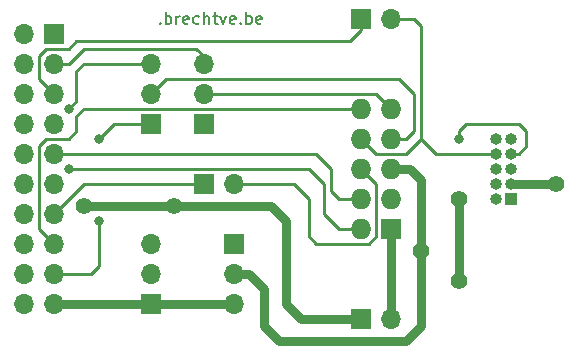
<source format=gtl>
G04 #@! TF.GenerationSoftware,KiCad,Pcbnew,5.1.5-52549c5~86~ubuntu19.04.1*
G04 #@! TF.CreationDate,2020-12-26T14:34:18+01:00*
G04 #@! TF.ProjectId,jlink-tagConnect-adapter-v3,6a6c696e-6b2d-4746-9167-436f6e6e6563,rev?*
G04 #@! TF.SameCoordinates,Original*
G04 #@! TF.FileFunction,Copper,L1,Top*
G04 #@! TF.FilePolarity,Positive*
%FSLAX46Y46*%
G04 Gerber Fmt 4.6, Leading zero omitted, Abs format (unit mm)*
G04 Created by KiCad (PCBNEW 5.1.5-52549c5~86~ubuntu19.04.1) date 2020-12-26 14:34:18*
%MOMM*%
%LPD*%
G04 APERTURE LIST*
%ADD10C,0.200000*%
%ADD11O,1.700000X1.700000*%
%ADD12R,1.700000X1.700000*%
%ADD13O,1.000000X1.000000*%
%ADD14R,1.000000X1.000000*%
%ADD15O,1.727200X1.727200*%
%ADD16R,1.727200X1.727200*%
%ADD17C,1.400000*%
%ADD18C,0.800000*%
%ADD19C,0.762000*%
%ADD20C,0.254000*%
G04 APERTURE END LIST*
D10*
X102984095Y-94337142D02*
X103031714Y-94384761D01*
X102984095Y-94432380D01*
X102936476Y-94384761D01*
X102984095Y-94337142D01*
X102984095Y-94432380D01*
X103460285Y-94432380D02*
X103460285Y-93432380D01*
X103460285Y-93813333D02*
X103555523Y-93765714D01*
X103746000Y-93765714D01*
X103841238Y-93813333D01*
X103888857Y-93860952D01*
X103936476Y-93956190D01*
X103936476Y-94241904D01*
X103888857Y-94337142D01*
X103841238Y-94384761D01*
X103746000Y-94432380D01*
X103555523Y-94432380D01*
X103460285Y-94384761D01*
X104365047Y-94432380D02*
X104365047Y-93765714D01*
X104365047Y-93956190D02*
X104412666Y-93860952D01*
X104460285Y-93813333D01*
X104555523Y-93765714D01*
X104650761Y-93765714D01*
X105365047Y-94384761D02*
X105269809Y-94432380D01*
X105079333Y-94432380D01*
X104984095Y-94384761D01*
X104936476Y-94289523D01*
X104936476Y-93908571D01*
X104984095Y-93813333D01*
X105079333Y-93765714D01*
X105269809Y-93765714D01*
X105365047Y-93813333D01*
X105412666Y-93908571D01*
X105412666Y-94003809D01*
X104936476Y-94099047D01*
X106269809Y-94384761D02*
X106174571Y-94432380D01*
X105984095Y-94432380D01*
X105888857Y-94384761D01*
X105841238Y-94337142D01*
X105793619Y-94241904D01*
X105793619Y-93956190D01*
X105841238Y-93860952D01*
X105888857Y-93813333D01*
X105984095Y-93765714D01*
X106174571Y-93765714D01*
X106269809Y-93813333D01*
X106698380Y-94432380D02*
X106698380Y-93432380D01*
X107126952Y-94432380D02*
X107126952Y-93908571D01*
X107079333Y-93813333D01*
X106984095Y-93765714D01*
X106841238Y-93765714D01*
X106746000Y-93813333D01*
X106698380Y-93860952D01*
X107460285Y-93765714D02*
X107841238Y-93765714D01*
X107603142Y-93432380D02*
X107603142Y-94289523D01*
X107650761Y-94384761D01*
X107746000Y-94432380D01*
X107841238Y-94432380D01*
X108079333Y-93765714D02*
X108317428Y-94432380D01*
X108555523Y-93765714D01*
X109317428Y-94384761D02*
X109222190Y-94432380D01*
X109031714Y-94432380D01*
X108936476Y-94384761D01*
X108888857Y-94289523D01*
X108888857Y-93908571D01*
X108936476Y-93813333D01*
X109031714Y-93765714D01*
X109222190Y-93765714D01*
X109317428Y-93813333D01*
X109365047Y-93908571D01*
X109365047Y-94003809D01*
X108888857Y-94099047D01*
X109793619Y-94337142D02*
X109841238Y-94384761D01*
X109793619Y-94432380D01*
X109746000Y-94384761D01*
X109793619Y-94337142D01*
X109793619Y-94432380D01*
X110269809Y-94432380D02*
X110269809Y-93432380D01*
X110269809Y-93813333D02*
X110365047Y-93765714D01*
X110555523Y-93765714D01*
X110650761Y-93813333D01*
X110698380Y-93860952D01*
X110746000Y-93956190D01*
X110746000Y-94241904D01*
X110698380Y-94337142D01*
X110650761Y-94384761D01*
X110555523Y-94432380D01*
X110365047Y-94432380D01*
X110269809Y-94384761D01*
X111555523Y-94384761D02*
X111460285Y-94432380D01*
X111269809Y-94432380D01*
X111174571Y-94384761D01*
X111126952Y-94289523D01*
X111126952Y-93908571D01*
X111174571Y-93813333D01*
X111269809Y-93765714D01*
X111460285Y-93765714D01*
X111555523Y-93813333D01*
X111603142Y-93908571D01*
X111603142Y-94003809D01*
X111126952Y-94099047D01*
D11*
X109220000Y-107950000D03*
D12*
X106680000Y-107950000D03*
D13*
X131445000Y-104140000D03*
X132715000Y-104140000D03*
X131445000Y-105410000D03*
X132715000Y-105410000D03*
X131445000Y-106680000D03*
X132715000Y-106680000D03*
X131445000Y-107950000D03*
X132715000Y-107950000D03*
X131445000Y-109220000D03*
D14*
X132715000Y-109220000D03*
D15*
X120015000Y-101600000D03*
X122555000Y-101600000D03*
X120015000Y-104140000D03*
X122555000Y-104140000D03*
X120015000Y-106680000D03*
X122555000Y-106680000D03*
X120015000Y-109220000D03*
X122555000Y-109220000D03*
X120015000Y-111760000D03*
D16*
X122555000Y-111760000D03*
D11*
X91440000Y-118110000D03*
X93980000Y-118110000D03*
X91440000Y-115570000D03*
X93980000Y-115570000D03*
X91440000Y-113030000D03*
X93980000Y-113030000D03*
X91440000Y-110490000D03*
X93980000Y-110490000D03*
X91440000Y-107950000D03*
X93980000Y-107950000D03*
X91440000Y-105410000D03*
X93980000Y-105410000D03*
X91440000Y-102870000D03*
X93980000Y-102870000D03*
X91440000Y-100330000D03*
X93980000Y-100330000D03*
X91440000Y-97790000D03*
X93980000Y-97790000D03*
X91440000Y-95250000D03*
D12*
X93980000Y-95250000D03*
D11*
X102235000Y-113030000D03*
X102235000Y-115570000D03*
D12*
X102235000Y-118110000D03*
D11*
X122555000Y-119380000D03*
D12*
X120015000Y-119380000D03*
D11*
X122555000Y-93980000D03*
D12*
X120015000Y-93980000D03*
D11*
X109220000Y-118110000D03*
X109220000Y-115570000D03*
D12*
X109220000Y-113030000D03*
D11*
X106680000Y-97790000D03*
X106680000Y-100330000D03*
D12*
X106680000Y-102870000D03*
D11*
X102235000Y-97790000D03*
X102235000Y-100330000D03*
D12*
X102235000Y-102870000D03*
D17*
X136525000Y-107950000D03*
X128270000Y-109220000D03*
X128270000Y-116205000D03*
D18*
X97790000Y-111125000D03*
X97790000Y-104140000D03*
X95250000Y-101600000D03*
X95250000Y-106680000D03*
D17*
X104140000Y-109855000D03*
X96520000Y-109855000D03*
D18*
X128270000Y-104140000D03*
D17*
X125095000Y-113665000D03*
D19*
X132715000Y-107950000D02*
X136525000Y-107950000D01*
X128270000Y-109220000D02*
X128270000Y-116205000D01*
X93980000Y-118110000D02*
X102870000Y-118110000D01*
X102235000Y-118110000D02*
X109220000Y-118110000D01*
D20*
X93980000Y-115570000D02*
X97155000Y-115570000D01*
X97155000Y-115570000D02*
X97790000Y-114935000D01*
X97790000Y-114935000D02*
X97790000Y-111125000D01*
X97790000Y-111125000D02*
X97790000Y-111125000D01*
X99060000Y-102870000D02*
X102235000Y-102870000D01*
X97790000Y-104140000D02*
X99060000Y-102870000D01*
X95885000Y-102235000D02*
X96520000Y-101600000D01*
X95885000Y-103505000D02*
X95885000Y-102235000D01*
X92710000Y-111760000D02*
X92710000Y-104775000D01*
X93345000Y-104140000D02*
X95250000Y-104140000D01*
X96520000Y-101600000D02*
X120015000Y-101600000D01*
X95250000Y-104140000D02*
X95885000Y-103505000D01*
X93980000Y-113030000D02*
X92710000Y-111760000D01*
X92710000Y-104775000D02*
X93345000Y-104140000D01*
X96520000Y-107950000D02*
X106680000Y-107950000D01*
X93980000Y-110490000D02*
X96520000Y-107950000D01*
X96520000Y-97790000D02*
X102235000Y-97790000D01*
X95885000Y-98425000D02*
X96520000Y-97790000D01*
X95885000Y-100965000D02*
X95885000Y-98425000D01*
X95250000Y-101600000D02*
X95885000Y-100965000D01*
X118110000Y-109220000D02*
X120015000Y-109220000D01*
X117475000Y-108585000D02*
X118110000Y-109220000D01*
X117475000Y-106680000D02*
X117475000Y-108585000D01*
X93980000Y-105410000D02*
X116205000Y-105410000D01*
X116205000Y-105410000D02*
X117475000Y-106680000D01*
X118110000Y-111760000D02*
X120015000Y-111760000D01*
X116840000Y-107950000D02*
X116840000Y-110490000D01*
X116840000Y-110490000D02*
X118110000Y-111760000D01*
X95250000Y-106680000D02*
X115570000Y-106680000D01*
X115570000Y-106680000D02*
X116840000Y-107950000D01*
X120015000Y-94932500D02*
X120015000Y-93980000D01*
X92710000Y-99060000D02*
X92710000Y-97155000D01*
X92710000Y-97155000D02*
X93345000Y-96520000D01*
X95885000Y-95885000D02*
X119062500Y-95885000D01*
X93345000Y-96520000D02*
X95250000Y-96520000D01*
X93980000Y-100330000D02*
X92710000Y-99060000D01*
X119062500Y-95885000D02*
X120015000Y-94932500D01*
X95250000Y-96520000D02*
X95885000Y-95885000D01*
X106680000Y-97155000D02*
X106680000Y-97790000D01*
X106045000Y-96520000D02*
X106680000Y-97155000D01*
X96520000Y-96520000D02*
X106045000Y-96520000D01*
X93980000Y-97790000D02*
X95250000Y-97790000D01*
X95250000Y-97790000D02*
X96520000Y-96520000D01*
D19*
X104140000Y-109855000D02*
X104140000Y-109855000D01*
X114935000Y-119380000D02*
X120015000Y-119380000D01*
X113665000Y-118110000D02*
X114935000Y-119380000D01*
X113665000Y-111125000D02*
X113665000Y-118110000D01*
X104140000Y-109855000D02*
X112395000Y-109855000D01*
X112395000Y-109855000D02*
X113665000Y-111125000D01*
X97790000Y-109855000D02*
X96593009Y-109855000D01*
X104140000Y-109855000D02*
X97790000Y-109855000D01*
D20*
X121285000Y-100330000D02*
X122555000Y-101600000D01*
X106680000Y-100330000D02*
X121285000Y-100330000D01*
X121285000Y-105410000D02*
X123825000Y-105410000D01*
X123825000Y-105410000D02*
X125095000Y-104140000D01*
X124460000Y-93980000D02*
X122555000Y-93980000D01*
X120015000Y-104140000D02*
X121285000Y-105410000D01*
X125095000Y-104140000D02*
X125095000Y-94615000D01*
X125095000Y-94615000D02*
X124460000Y-93980000D01*
X125095000Y-104140000D02*
X126365000Y-105410000D01*
X126365000Y-105410000D02*
X127000000Y-105410000D01*
X130130000Y-105410000D02*
X127000000Y-105410000D01*
X127000000Y-105410000D02*
X126682500Y-105410000D01*
X130130000Y-105410000D02*
X131445000Y-105410000D01*
X102235000Y-100330000D02*
X102870000Y-100330000D01*
X122555000Y-104140000D02*
X123190000Y-104140000D01*
X103505000Y-99060000D02*
X102235000Y-100330000D01*
X123825000Y-104140000D02*
X124460000Y-103505000D01*
X122555000Y-104140000D02*
X123825000Y-104140000D01*
X124460000Y-103505000D02*
X124460000Y-100330000D01*
X124460000Y-100330000D02*
X123190000Y-99060000D01*
X123190000Y-99060000D02*
X103505000Y-99060000D01*
X133350000Y-105410000D02*
X132715000Y-105410000D01*
X133985000Y-104775000D02*
X133350000Y-105410000D01*
X128270000Y-104140000D02*
X128270000Y-103505000D01*
X128270000Y-103505000D02*
X128905000Y-102870000D01*
X128905000Y-102870000D02*
X133350000Y-102870000D01*
X133350000Y-102870000D02*
X133985000Y-103505000D01*
X133985000Y-103505000D02*
X133985000Y-104775000D01*
D19*
X124142500Y-106680000D02*
X122555000Y-106680000D01*
X125095000Y-107632500D02*
X124142500Y-106680000D01*
X123825000Y-121285000D02*
X125095000Y-120015000D01*
X109220000Y-115570000D02*
X110490000Y-115570000D01*
X110490000Y-115570000D02*
X111760000Y-116840000D01*
X111760000Y-120015000D02*
X113030000Y-121285000D01*
X113030000Y-121285000D02*
X123825000Y-121285000D01*
X111760000Y-116840000D02*
X111760000Y-120015000D01*
X125095000Y-114300000D02*
X125095000Y-107632500D01*
X125095000Y-120015000D02*
X125095000Y-114300000D01*
X122555000Y-119380000D02*
X122555000Y-111760000D01*
D20*
X114300000Y-107950000D02*
X109220000Y-107950000D01*
X115570000Y-109220000D02*
X114300000Y-107950000D01*
X115570000Y-112395000D02*
X115570000Y-109220000D01*
X120015000Y-106680000D02*
X121285000Y-107950000D01*
X116205000Y-113030000D02*
X115570000Y-112395000D01*
X121285000Y-107950000D02*
X121285000Y-112395000D01*
X121285000Y-112395000D02*
X120650000Y-113030000D01*
X120650000Y-113030000D02*
X116205000Y-113030000D01*
M02*

</source>
